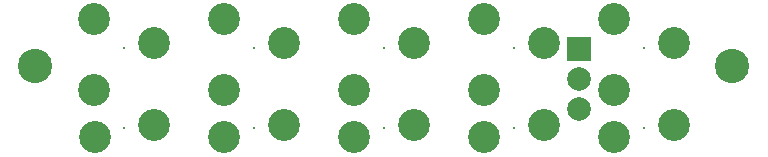
<source format=gbs>
%FSLAX24Y24*%
%MOIN*%
G70*
G01*
G75*
G04 Layer_Color=16711935*
%ADD10C,0.0197*%
%ADD11R,0.0709X0.0709*%
%ADD12C,0.0709*%
%ADD13C,0.0984*%
%ADD14C,0.1063*%
%ADD15C,0.0079*%
%ADD16C,0.0050*%
%ADD17C,0.0100*%
%ADD18R,0.0789X0.0789*%
%ADD19C,0.0789*%
%ADD20C,0.0080*%
%ADD21C,0.1064*%
%ADD22C,0.1143*%
D18*
X19307Y3407D02*
D03*
D19*
Y2407D02*
D03*
Y1407D02*
D03*
D20*
X21460Y784D02*
D03*
Y3442D02*
D03*
X17129Y784D02*
D03*
Y3442D02*
D03*
X12798Y784D02*
D03*
Y3442D02*
D03*
X8468Y784D02*
D03*
Y3442D02*
D03*
X4137Y784D02*
D03*
Y3442D02*
D03*
D21*
X20460Y2044D02*
D03*
Y4406D02*
D03*
X22460Y3619D02*
D03*
X20476Y469D02*
D03*
X22460Y863D02*
D03*
X16129Y2044D02*
D03*
Y4406D02*
D03*
X18129Y3619D02*
D03*
X16145Y469D02*
D03*
X18129Y863D02*
D03*
X11798Y2044D02*
D03*
Y4406D02*
D03*
X13798Y3619D02*
D03*
X11814Y469D02*
D03*
X13798Y863D02*
D03*
X7468Y2044D02*
D03*
Y4406D02*
D03*
X9468Y3619D02*
D03*
X7483Y469D02*
D03*
X9468Y863D02*
D03*
X3137Y2044D02*
D03*
Y4406D02*
D03*
X5137Y3619D02*
D03*
X3153Y469D02*
D03*
X5137Y863D02*
D03*
D22*
X1181Y2853D02*
D03*
X24409D02*
D03*
M02*

</source>
